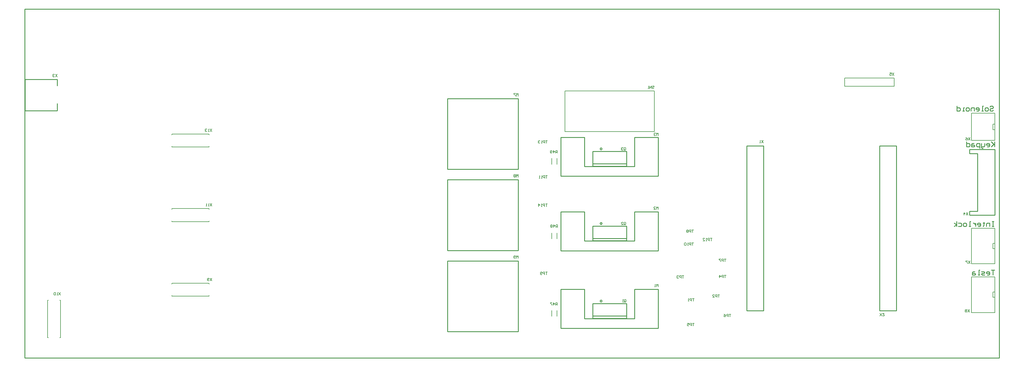
<source format=gbo>
G04 Layer_Color=32896*
%FSLAX43Y43*%
%MOMM*%
G71*
G01*
G75*
%ADD30C,0.200*%
%ADD32C,0.150*%
%ADD36C,0.254*%
D30*
X45250Y23000D02*
X56750D01*
X45250Y22750D02*
Y23000D01*
X56750Y22750D02*
Y23000D01*
X45250Y19000D02*
Y19250D01*
X56750Y19000D02*
Y19250D01*
X45250Y19000D02*
X56750D01*
X7000Y6250D02*
Y17750D01*
Y6250D02*
X7250D01*
X7000Y17750D02*
X7250D01*
X10750Y6250D02*
X11000D01*
X10750Y17750D02*
X11000D01*
Y6250D02*
Y17750D01*
X45250Y69000D02*
X56750D01*
X45250Y68750D02*
Y69000D01*
X56750Y68750D02*
Y69000D01*
X45250Y65000D02*
Y65250D01*
X56750Y65000D02*
Y65250D01*
X45250Y65000D02*
X56750D01*
X45250Y46000D02*
X56750D01*
X45250Y45750D02*
Y46000D01*
X56750Y45750D02*
Y46000D01*
X45250Y42000D02*
Y42250D01*
X56750Y42000D02*
Y42250D01*
X45250Y42000D02*
X56750D01*
X252380Y86270D02*
X267620D01*
X252380Y83730D02*
Y86270D01*
Y83730D02*
X267620D01*
Y86270D01*
X163800Y59700D02*
Y61500D01*
X162200Y59700D02*
Y61500D01*
Y36700D02*
Y38500D01*
X163800Y36700D02*
Y38500D01*
X162200Y12800D02*
Y14600D01*
X163800Y12800D02*
Y14600D01*
X193750Y69750D02*
Y82250D01*
X166250Y69750D02*
Y82250D01*
X193750D01*
X166250Y69750D02*
X193750D01*
D32*
X291400Y28975D02*
Y39950D01*
Y28975D02*
X298600D01*
Y39950D01*
X291400D02*
X298600D01*
X298025Y35285D02*
X298575D01*
X298025Y33660D02*
Y35285D01*
Y33660D02*
X298600D01*
X298025Y70360D02*
X298600D01*
X298025D02*
Y71985D01*
X298575D01*
X291400Y75450D02*
X298600D01*
Y67000D02*
Y75450D01*
X291400Y67000D02*
X298600D01*
X291400D02*
Y75450D01*
X298025Y18660D02*
X298600D01*
X298025D02*
Y20285D01*
X298575D01*
X291400Y24950D02*
X298600D01*
Y13975D02*
Y24950D01*
X291400Y13975D02*
X298600D01*
X291400D02*
Y24950D01*
X160848Y47465D02*
X160315D01*
X160581D01*
Y46665D01*
X160048D02*
Y47465D01*
X159648D01*
X159515Y47332D01*
Y47065D01*
X159648Y46932D01*
X160048D01*
X159248Y46665D02*
X158982D01*
X159115D01*
Y47465D01*
X159248Y47332D01*
X158182Y46665D02*
Y47465D01*
X158582Y47065D01*
X158049D01*
X184567Y17333D02*
Y17866D01*
X184700Y18000D01*
X184967D01*
X185100Y17866D01*
Y17333D01*
X184967Y17200D01*
X184700D01*
X184833Y17467D02*
X184567Y17200D01*
X184700D02*
X184567Y17333D01*
X184300Y17200D02*
X184034D01*
X184167D01*
Y18000D01*
X184300Y17866D01*
X151878Y55691D02*
Y56491D01*
X151611Y56224D01*
X151345Y56491D01*
Y55691D01*
X151078Y56357D02*
X150945Y56491D01*
X150678D01*
X150545Y56357D01*
Y56224D01*
X150678Y56091D01*
X150545Y55958D01*
Y55824D01*
X150678Y55691D01*
X150945D01*
X151078Y55824D01*
Y55958D01*
X150945Y56091D01*
X151078Y56224D01*
Y56357D01*
X150945Y56091D02*
X150678D01*
X151878Y30697D02*
Y31497D01*
X151611Y31231D01*
X151345Y31497D01*
Y30697D01*
X151078Y30831D02*
X150945Y30697D01*
X150678D01*
X150545Y30831D01*
Y31364D01*
X150678Y31497D01*
X150945D01*
X151078Y31364D01*
Y31231D01*
X150945Y31097D01*
X150545D01*
X57543Y24564D02*
X57010Y23764D01*
Y24564D02*
X57543Y23764D01*
X56744Y23897D02*
X56610Y23764D01*
X56344D01*
X56210Y23897D01*
Y24431D01*
X56344Y24564D01*
X56610D01*
X56744Y24431D01*
Y24297D01*
X56610Y24164D01*
X56210D01*
X10956Y20147D02*
X10423Y19347D01*
Y20147D02*
X10956Y19347D01*
X10156D02*
X9890D01*
X10023D01*
Y20147D01*
X10156Y20014D01*
X9490D02*
X9357Y20147D01*
X9090D01*
X8957Y20014D01*
Y19481D01*
X9090Y19347D01*
X9357D01*
X9490Y19481D01*
Y20014D01*
X227307Y67046D02*
X226773Y66246D01*
Y67046D02*
X227307Y66246D01*
X226507D02*
X226240D01*
X226373D01*
Y67046D01*
X226507Y66913D01*
X291000Y29900D02*
X290467Y29100D01*
Y29900D02*
X291000Y29100D01*
X290200Y29900D02*
X289667D01*
Y29766D01*
X290200Y29233D01*
Y29100D01*
X291000Y67900D02*
X290467Y67100D01*
Y67900D02*
X291000Y67100D01*
X289667Y67900D02*
X289934Y67766D01*
X290200Y67500D01*
Y67233D01*
X290067Y67100D01*
X289800D01*
X289667Y67233D01*
Y67367D01*
X289800Y67500D01*
X290200D01*
X195000Y68500D02*
Y69300D01*
X194733Y69033D01*
X194467Y69300D01*
Y68500D01*
X194200Y69166D02*
X194067Y69300D01*
X193800D01*
X193667Y69166D01*
Y69033D01*
X193800Y68900D01*
X193934D01*
X193800D01*
X193667Y68767D01*
Y68633D01*
X193800Y68500D01*
X194067D01*
X194200Y68633D01*
X9968Y87406D02*
X9435Y86607D01*
Y87406D02*
X9968Y86607D01*
X9168Y87273D02*
X9035Y87406D01*
X8769D01*
X8635Y87273D01*
Y87140D01*
X8769Y87006D01*
X8902D01*
X8769D01*
X8635Y86873D01*
Y86740D01*
X8769Y86607D01*
X9035D01*
X9168Y86740D01*
X290300Y44800D02*
X289767Y44000D01*
Y44800D02*
X290300Y44000D01*
X289100D02*
Y44800D01*
X289500Y44400D01*
X288967D01*
X57543Y70547D02*
X57010Y69748D01*
Y70547D02*
X57543Y69748D01*
X56744D02*
X56477D01*
X56610D01*
Y70547D01*
X56744Y70414D01*
X56077D02*
X55944Y70547D01*
X55677D01*
X55544Y70414D01*
Y70281D01*
X55677Y70147D01*
X55811D01*
X55677D01*
X55544Y70014D01*
Y69881D01*
X55677Y69748D01*
X55944D01*
X56077Y69881D01*
X57543Y47551D02*
X57010Y46751D01*
Y47551D02*
X57543Y46751D01*
X56744D02*
X56477D01*
X56610D01*
Y47551D01*
X56744Y47418D01*
X56077Y46751D02*
X55811D01*
X55944D01*
Y47551D01*
X56077Y47418D01*
X290800Y14900D02*
X290267Y14100D01*
Y14900D02*
X290800Y14100D01*
X290000Y14766D02*
X289867Y14900D01*
X289600D01*
X289467Y14766D01*
Y14633D01*
X289600Y14500D01*
X289467Y14367D01*
Y14233D01*
X289600Y14100D01*
X289867D01*
X290000Y14233D01*
Y14367D01*
X289867Y14500D01*
X290000Y14633D01*
Y14766D01*
X289867Y14500D02*
X289600D01*
X263254Y12894D02*
X263787Y13694D01*
Y12894D02*
X263254Y13694D01*
X264586D02*
X264053D01*
X264586Y13161D01*
Y13027D01*
X264453Y12894D01*
X264187D01*
X264053Y13027D01*
X267575Y87838D02*
X267042Y87038D01*
Y87838D02*
X267575Y87038D01*
X266242Y87838D02*
X266775D01*
Y87438D01*
X266509Y87572D01*
X266375D01*
X266242Y87438D01*
Y87172D01*
X266375Y87038D01*
X266642D01*
X266775Y87172D01*
X163900Y63100D02*
Y63900D01*
X163500D01*
X163367Y63766D01*
Y63500D01*
X163500Y63367D01*
X163900D01*
X163633D02*
X163367Y63100D01*
X162700D02*
Y63900D01*
X163100Y63500D01*
X162567D01*
X162301Y63233D02*
X162167Y63100D01*
X161901D01*
X161767Y63233D01*
Y63766D01*
X161901Y63900D01*
X162167D01*
X162301Y63766D01*
Y63633D01*
X162167Y63500D01*
X161767D01*
X164000Y40200D02*
Y41000D01*
X163600D01*
X163467Y40866D01*
Y40600D01*
X163600Y40467D01*
X164000D01*
X163733D02*
X163467Y40200D01*
X162800D02*
Y41000D01*
X163200Y40600D01*
X162667D01*
X162401Y40866D02*
X162267Y41000D01*
X162001D01*
X161867Y40866D01*
Y40733D01*
X162001Y40600D01*
X161867Y40467D01*
Y40333D01*
X162001Y40200D01*
X162267D01*
X162401Y40333D01*
Y40467D01*
X162267Y40600D01*
X162401Y40733D01*
Y40866D01*
X162267Y40600D02*
X162001D01*
X163900Y16200D02*
Y17000D01*
X163500D01*
X163367Y16866D01*
Y16600D01*
X163500Y16467D01*
X163900D01*
X163633D02*
X163367Y16200D01*
X162700D02*
Y17000D01*
X163100Y16600D01*
X162567D01*
X162301Y17000D02*
X161767D01*
Y16866D01*
X162301Y16333D01*
Y16200D01*
X184467Y64133D02*
Y64666D01*
X184600Y64800D01*
X184867D01*
X185000Y64666D01*
Y64133D01*
X184867Y64000D01*
X184600D01*
X184733Y64267D02*
X184467Y64000D01*
X184600D02*
X184467Y64133D01*
X184200Y64666D02*
X184067Y64800D01*
X183800D01*
X183667Y64666D01*
Y64533D01*
X183800Y64400D01*
X183934D01*
X183800D01*
X183667Y64267D01*
Y64133D01*
X183800Y64000D01*
X184067D01*
X184200Y64133D01*
X184467Y41133D02*
Y41666D01*
X184600Y41800D01*
X184867D01*
X185000Y41666D01*
Y41133D01*
X184867Y41000D01*
X184600D01*
X184733Y41267D02*
X184467Y41000D01*
X184600D02*
X184467Y41133D01*
X183667Y41000D02*
X184200D01*
X183667Y41533D01*
Y41666D01*
X183800Y41800D01*
X184067D01*
X184200Y41666D01*
X194969Y21872D02*
Y22672D01*
X194702Y22406D01*
X194435Y22672D01*
Y21872D01*
X194169D02*
X193902D01*
X194036D01*
Y22672D01*
X194169Y22539D01*
X194969Y45777D02*
Y46576D01*
X194702Y46310D01*
X194435Y46576D01*
Y45777D01*
X193636D02*
X194169D01*
X193636Y46310D01*
Y46443D01*
X193769Y46576D01*
X194036D01*
X194169Y46443D01*
X151878Y80685D02*
Y81484D01*
X151611Y81218D01*
X151345Y81484D01*
Y80685D01*
X151078Y81484D02*
X150545D01*
Y81351D01*
X151078Y80818D01*
Y80685D01*
X193178Y83679D02*
X193312Y83812D01*
X193578D01*
X193712Y83679D01*
Y83545D01*
X193578Y83412D01*
X193312D01*
X193178Y83279D01*
Y83145D01*
X193312Y83012D01*
X193578D01*
X193712Y83145D01*
X192912Y83012D02*
Y83812D01*
X192379Y83012D01*
Y83812D01*
X192112Y83012D02*
X191846D01*
X191979D01*
Y83812D01*
X192112Y83679D01*
X206045Y18267D02*
X205512D01*
X205779D01*
Y17468D01*
X205245D02*
Y18267D01*
X204845D01*
X204712Y18134D01*
Y17868D01*
X204845Y17734D01*
X205245D01*
X204446Y17468D02*
X204179D01*
X204312D01*
Y18267D01*
X204446Y18134D01*
X213863Y19467D02*
X213330D01*
X213597D01*
Y18668D01*
X213064D02*
Y19467D01*
X212664D01*
X212530Y19334D01*
Y19068D01*
X212664Y18934D01*
X213064D01*
X211731Y18668D02*
X212264D01*
X211731Y19201D01*
Y19334D01*
X211864Y19467D01*
X212131D01*
X212264Y19334D01*
X202855Y25367D02*
X202321D01*
X202588D01*
Y24568D01*
X202055D02*
Y25367D01*
X201655D01*
X201522Y25234D01*
Y24968D01*
X201655Y24834D01*
X202055D01*
X201255Y25234D02*
X201122Y25367D01*
X200855D01*
X200722Y25234D01*
Y25101D01*
X200855Y24968D01*
X200988D01*
X200855D01*
X200722Y24834D01*
Y24701D01*
X200855Y24568D01*
X201122D01*
X201255Y24701D01*
X215847Y25467D02*
X215314D01*
X215581D01*
Y24668D01*
X215048D02*
Y25467D01*
X214648D01*
X214514Y25334D01*
Y25068D01*
X214648Y24934D01*
X215048D01*
X213848Y24668D02*
Y25467D01*
X214248Y25068D01*
X213715D01*
X206064Y10667D02*
X205531D01*
X205797D01*
Y9868D01*
X205264D02*
Y10667D01*
X204864D01*
X204731Y10534D01*
Y10268D01*
X204864Y10134D01*
X205264D01*
X203931Y10667D02*
X204464D01*
Y10268D01*
X204198Y10401D01*
X204065D01*
X203931Y10268D01*
Y10001D01*
X204065Y9868D01*
X204331D01*
X204464Y10001D01*
X217355Y13467D02*
X216822D01*
X217089D01*
Y12668D01*
X216555D02*
Y13467D01*
X216156D01*
X216022Y13334D01*
Y13068D01*
X216156Y12934D01*
X216555D01*
X215223Y13467D02*
X215489Y13334D01*
X215756Y13068D01*
Y12801D01*
X215622Y12668D01*
X215356D01*
X215223Y12801D01*
Y12934D01*
X215356Y13068D01*
X215756D01*
X215848Y30467D02*
X215315D01*
X215581D01*
Y29668D01*
X215048D02*
Y30467D01*
X214648D01*
X214515Y30334D01*
Y30068D01*
X214648Y29934D01*
X215048D01*
X214248Y30467D02*
X213715D01*
Y30334D01*
X214248Y29801D01*
Y29668D01*
X205854Y39465D02*
X205321D01*
X205587D01*
Y38665D01*
X205054D02*
Y39465D01*
X204654D01*
X204521Y39332D01*
Y39065D01*
X204654Y38932D01*
X205054D01*
X204254Y39332D02*
X204121Y39465D01*
X203855D01*
X203721Y39332D01*
Y39199D01*
X203855Y39065D01*
X203721Y38932D01*
Y38799D01*
X203855Y38665D01*
X204121D01*
X204254Y38799D01*
Y38932D01*
X204121Y39065D01*
X204254Y39199D01*
Y39332D01*
X204121Y39065D02*
X203855D01*
X160845Y26465D02*
X160312D01*
X160579D01*
Y25665D01*
X160045D02*
Y26465D01*
X159645D01*
X159512Y26332D01*
Y26065D01*
X159645Y25932D01*
X160045D01*
X159246Y25799D02*
X159112Y25665D01*
X158846D01*
X158712Y25799D01*
Y26332D01*
X158846Y26465D01*
X159112D01*
X159246Y26332D01*
Y26198D01*
X159112Y26065D01*
X158712D01*
X205857Y35465D02*
X205324D01*
X205591D01*
Y34665D01*
X205057D02*
Y35465D01*
X204658D01*
X204524Y35332D01*
Y35065D01*
X204658Y34932D01*
X205057D01*
X204258Y34665D02*
X203991D01*
X204124D01*
Y35465D01*
X204258Y35332D01*
X203591D02*
X203458Y35465D01*
X203191D01*
X203058Y35332D01*
Y34799D01*
X203191Y34665D01*
X203458D01*
X203591Y34799D01*
Y35332D01*
X160861Y56165D02*
X160328D01*
X160595D01*
Y55365D01*
X160061D02*
Y56165D01*
X159662D01*
X159528Y56032D01*
Y55765D01*
X159662Y55632D01*
X160061D01*
X159262Y55365D02*
X158995D01*
X159128D01*
Y56165D01*
X159262Y56032D01*
X158595Y55365D02*
X158329D01*
X158462D01*
Y56165D01*
X158595Y56032D01*
X211549Y36865D02*
X211016D01*
X211283D01*
Y36065D01*
X210750D02*
Y36865D01*
X210350D01*
X210216Y36732D01*
Y36465D01*
X210350Y36332D01*
X210750D01*
X209950Y36065D02*
X209683D01*
X209817D01*
Y36865D01*
X209950Y36732D01*
X208750Y36065D02*
X209283D01*
X208750Y36598D01*
Y36732D01*
X208884Y36865D01*
X209150D01*
X209283Y36732D01*
X160861Y66965D02*
X160328D01*
X160595D01*
Y66165D01*
X160062D02*
Y66965D01*
X159662D01*
X159528Y66832D01*
Y66565D01*
X159662Y66432D01*
X160062D01*
X159262Y66165D02*
X158995D01*
X159129D01*
Y66965D01*
X159262Y66832D01*
X158595D02*
X158462Y66965D01*
X158196D01*
X158062Y66832D01*
Y66699D01*
X158196Y66565D01*
X158329D01*
X158196D01*
X158062Y66432D01*
Y66299D01*
X158196Y66165D01*
X158462D01*
X158595Y66299D01*
D36*
X177700Y17500D02*
G03*
X177700Y17500I-300J0D01*
G01*
Y64400D02*
G03*
X177700Y64400I-300J0D01*
G01*
Y41400D02*
G03*
X177700Y41400I-300J0D01*
G01*
X174800Y12900D02*
X185200D01*
X174800Y12200D02*
Y16700D01*
X185200D01*
Y12200D02*
Y16700D01*
X174800Y12200D02*
X185200D01*
X130100Y33100D02*
Y54900D01*
X151900D01*
Y33100D02*
Y54900D01*
X130100Y33100D02*
X151900D01*
X130100Y8100D02*
X151900D01*
Y29900D01*
X130100D02*
X151900D01*
X130100Y8100D02*
Y29900D01*
X227430Y14570D02*
Y65370D01*
X222230D02*
X227430D01*
X222230Y14570D02*
Y65370D01*
Y14570D02*
X227430D01*
X165000Y56000D02*
X195000D01*
Y68000D01*
X187700D02*
X195000D01*
X187700Y59000D02*
Y68000D01*
X172300Y59000D02*
X187700D01*
X172300D02*
Y68000D01*
X165000D02*
X172300D01*
X165000Y56000D02*
Y68000D01*
X100Y76175D02*
X10000D01*
X100D02*
Y85825D01*
X10000D01*
Y83875D02*
Y85825D01*
Y76175D02*
Y78375D01*
X298600Y44000D02*
Y64200D01*
X290800Y44000D02*
X298600D01*
X290800Y64200D02*
X298600D01*
X290800Y63000D02*
Y64200D01*
Y63000D02*
X293300D01*
Y45200D02*
Y63000D01*
X290800Y45200D02*
X293300D01*
X290800Y44000D02*
Y45200D01*
X263130Y14570D02*
Y65370D01*
Y14570D02*
X268330D01*
Y65370D01*
X263130D02*
X268330D01*
X174800Y59800D02*
X185200D01*
X174800Y59100D02*
Y63600D01*
X185200D01*
Y59100D02*
Y63600D01*
X174800Y59100D02*
X185200D01*
X174800Y36100D02*
X185200D01*
Y40600D01*
X174800D02*
X185200D01*
X174800Y36100D02*
Y40600D01*
Y36800D02*
X185200D01*
X165000Y9100D02*
X195000D01*
Y21100D01*
X187700D02*
X195000D01*
X187700Y12100D02*
Y21100D01*
X172300Y12100D02*
X187700D01*
X172300D02*
Y21100D01*
X165000D02*
X172300D01*
X165000Y9100D02*
Y21100D01*
Y33000D02*
Y45000D01*
X172300D01*
Y36000D02*
Y45000D01*
Y36000D02*
X187700D01*
Y45000D01*
X195000D01*
Y33000D02*
Y45000D01*
X165000Y33000D02*
X195000D01*
X130100Y58100D02*
X151900D01*
Y79900D01*
X130100D02*
X151900D01*
X130100Y58100D02*
Y79900D01*
X298500Y27024D02*
X297484D01*
X297992D01*
Y25500D01*
X296215D02*
X296723D01*
X296977Y25754D01*
Y26262D01*
X296723Y26516D01*
X296215D01*
X295961Y26262D01*
Y26008D01*
X296977D01*
X295453Y25500D02*
X294691D01*
X294437Y25754D01*
X294691Y26008D01*
X295199D01*
X295453Y26262D01*
X295199Y26516D01*
X294437D01*
X293929Y25500D02*
X293422D01*
X293676D01*
Y27024D01*
X293929D01*
X292406Y26516D02*
X291898D01*
X291644Y26262D01*
Y25500D01*
X292406D01*
X292660Y25754D01*
X292406Y26008D01*
X291644D01*
X298300Y42024D02*
X297792D01*
X298046D01*
Y40500D01*
X298300D01*
X297792D01*
X297030D02*
Y41516D01*
X296269D01*
X296015Y41262D01*
Y40500D01*
X295253Y41770D02*
Y41516D01*
X295507D01*
X294999D01*
X295253D01*
Y40754D01*
X294999Y40500D01*
X293476D02*
X293983D01*
X294237Y40754D01*
Y41262D01*
X293983Y41516D01*
X293476D01*
X293222Y41262D01*
Y41008D01*
X294237D01*
X292714Y41516D02*
Y40500D01*
Y41008D01*
X292460Y41262D01*
X292206Y41516D01*
X291952D01*
X291190Y40500D02*
X290682D01*
X290936D01*
Y42024D01*
X291190D01*
X289667Y40500D02*
X289159D01*
X288905Y40754D01*
Y41262D01*
X289159Y41516D01*
X289667D01*
X289921Y41262D01*
Y40754D01*
X289667Y40500D01*
X287382Y41516D02*
X288143D01*
X288397Y41262D01*
Y40754D01*
X288143Y40500D01*
X287382D01*
X286874D02*
Y42024D01*
Y41008D02*
X286112Y41516D01*
X286874Y41008D02*
X286112Y40500D01*
X297084Y77370D02*
X297338Y77624D01*
X297846D01*
X298100Y77370D01*
Y77116D01*
X297846Y76862D01*
X297338D01*
X297084Y76608D01*
Y76354D01*
X297338Y76100D01*
X297846D01*
X298100Y76354D01*
X296323Y76100D02*
X295815D01*
X295561Y76354D01*
Y76862D01*
X295815Y77116D01*
X296323D01*
X296576Y76862D01*
Y76354D01*
X296323Y76100D01*
X295053D02*
X294545D01*
X294799D01*
Y77624D01*
X295053D01*
X293022Y76100D02*
X293529D01*
X293783Y76354D01*
Y76862D01*
X293529Y77116D01*
X293022D01*
X292768Y76862D01*
Y76608D01*
X293783D01*
X292260Y76100D02*
Y77116D01*
X291498D01*
X291244Y76862D01*
Y76100D01*
X290482D02*
X289975D01*
X289721Y76354D01*
Y76862D01*
X289975Y77116D01*
X290482D01*
X290736Y76862D01*
Y76354D01*
X290482Y76100D01*
X289213D02*
X288705D01*
X288959D01*
Y77116D01*
X289213D01*
X286928Y77624D02*
Y76100D01*
X287689D01*
X287943Y76354D01*
Y76862D01*
X287689Y77116D01*
X286928D01*
X298500Y66624D02*
Y65100D01*
Y65608D01*
X297484Y66624D01*
X298246Y65862D01*
X297484Y65100D01*
X296215D02*
X296723D01*
X296977Y65354D01*
Y65862D01*
X296723Y66116D01*
X296215D01*
X295961Y65862D01*
Y65608D01*
X296977D01*
X295453Y66116D02*
Y65354D01*
X295199Y65100D01*
X294437D01*
Y64846D01*
X294691Y64592D01*
X294945D01*
X294437Y65100D02*
Y66116D01*
X293929Y64592D02*
Y66116D01*
X293168D01*
X292914Y65862D01*
Y65354D01*
X293168Y65100D01*
X293929D01*
X292152Y66116D02*
X291644D01*
X291390Y65862D01*
Y65100D01*
X292152D01*
X292406Y65354D01*
X292152Y65608D01*
X291390D01*
X289867Y66624D02*
Y65100D01*
X290629D01*
X290882Y65354D01*
Y65862D01*
X290629Y66116D01*
X289867D01*
X0Y0D02*
X300000D01*
Y107500D01*
X0D02*
X300000D01*
X0Y0D02*
Y107500D01*
M02*

</source>
